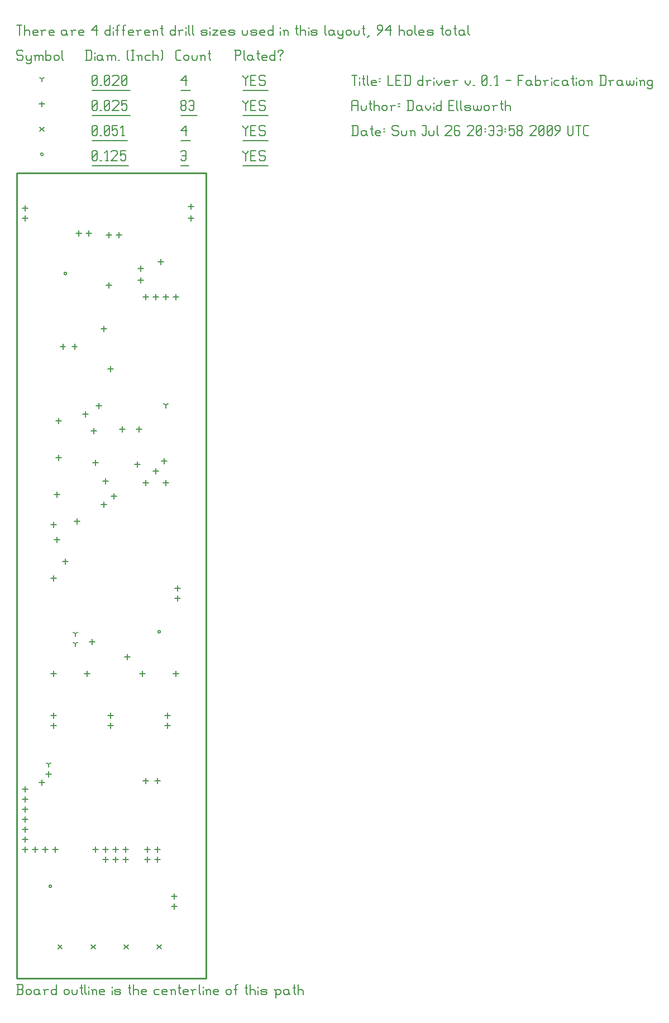
<source format=gbr>
G04 start of page 10 for group -3984 idx -3984 *
G04 Title: LED driver v. 0.1, fab *
G04 Creator: pcb 1.99x *
G04 CreationDate: Sun Jul 26 20:33:58 2009 UTC *
G04 For: davidellsworth *
G04 Format: Gerber/RS-274X *
G04 PCB-Dimensions: 113000 481000 *
G04 PCB-Coordinate-Origin: lower left *
%MOIN*%
%FSLAX24Y24*%
%LNFAB*%
%ADD16C,0.0100*%
%ADD47C,0.0080*%
%ADD48C,0.0060*%
G54D47*X1920Y5500D02*G75*G03X2080Y5500I80J0D01*G01*
G75*G03X1920Y5500I-80J0D01*G01*
X2820Y42100D02*G75*G03X2980Y42100I80J0D01*G01*
G75*G03X2820Y42100I-80J0D01*G01*
X8420Y20700D02*G75*G03X8580Y20700I80J0D01*G01*
G75*G03X8420Y20700I-80J0D01*G01*
X1420Y49225D02*G75*G03X1580Y49225I80J0D01*G01*
G75*G03X1420Y49225I-80J0D01*G01*
G54D48*X13500Y49450D02*Y49375D01*
X13650Y49225D01*
X13800Y49375D01*
Y49450D02*Y49375D01*
X13650Y49225D02*Y48850D01*
X13980Y49150D02*X14205D01*
X13980Y48850D02*X14280D01*
X13980Y49450D02*Y48850D01*
Y49450D02*X14280D01*
X14760D02*X14835Y49375D01*
X14535Y49450D02*X14760D01*
X14460Y49375D02*X14535Y49450D01*
X14460Y49375D02*Y49225D01*
X14535Y49150D01*
X14760D01*
X14835Y49075D01*
Y48925D01*
X14760Y48850D02*X14835Y48925D01*
X14535Y48850D02*X14760D01*
X14460Y48925D02*X14535Y48850D01*
X13500Y48524D02*X15015D01*
X9800Y49375D02*X9875Y49450D01*
X10025D01*
X10100Y49375D01*
Y48925D01*
X10025Y48850D02*X10100Y48925D01*
X9875Y48850D02*X10025D01*
X9800Y48925D02*X9875Y48850D01*
Y49150D02*X10100D01*
X9800Y48524D02*X10280D01*
X4500Y48925D02*X4575Y48850D01*
X4500Y49375D02*Y48925D01*
Y49375D02*X4575Y49450D01*
X4725D01*
X4800Y49375D01*
Y48925D01*
X4725Y48850D02*X4800Y48925D01*
X4575Y48850D02*X4725D01*
X4500Y49000D02*X4800Y49300D01*
X4980Y48850D02*X5055D01*
X5310D02*X5460D01*
X5385Y49450D02*Y48850D01*
X5235Y49300D02*X5385Y49450D01*
X5640Y49375D02*X5715Y49450D01*
X5940D01*
X6015Y49375D01*
Y49225D01*
X5640Y48850D02*X6015Y49225D01*
X5640Y48850D02*X6015D01*
X6195Y49450D02*X6495D01*
X6195D02*Y49150D01*
X6270Y49225D01*
X6420D01*
X6495Y49150D01*
Y48925D01*
X6420Y48850D02*X6495Y48925D01*
X6270Y48850D02*X6420D01*
X6195Y48925D02*X6270Y48850D01*
X4500Y48524D02*X6675D01*
X8380Y2020D02*X8620Y1780D01*
X8380D02*X8620Y2020D01*
X6411D02*X6651Y1780D01*
X6411D02*X6651Y2020D01*
X4443D02*X4683Y1780D01*
X4443D02*X4683Y2020D01*
X2474D02*X2714Y1780D01*
X2474D02*X2714Y2020D01*
X1380Y50845D02*X1620Y50605D01*
X1380D02*X1620Y50845D01*
X13500Y50950D02*Y50875D01*
X13650Y50725D01*
X13800Y50875D01*
Y50950D02*Y50875D01*
X13650Y50725D02*Y50350D01*
X13980Y50650D02*X14205D01*
X13980Y50350D02*X14280D01*
X13980Y50950D02*Y50350D01*
Y50950D02*X14280D01*
X14760D02*X14835Y50875D01*
X14535Y50950D02*X14760D01*
X14460Y50875D02*X14535Y50950D01*
X14460Y50875D02*Y50725D01*
X14535Y50650D01*
X14760D01*
X14835Y50575D01*
Y50425D01*
X14760Y50350D02*X14835Y50425D01*
X14535Y50350D02*X14760D01*
X14460Y50425D02*X14535Y50350D01*
X13500Y50024D02*X15015D01*
X9800Y50650D02*X10100Y50950D01*
X9800Y50650D02*X10175D01*
X10100Y50950D02*Y50350D01*
X9800Y50024D02*X10355D01*
X4500Y50425D02*X4575Y50350D01*
X4500Y50875D02*Y50425D01*
Y50875D02*X4575Y50950D01*
X4725D01*
X4800Y50875D01*
Y50425D01*
X4725Y50350D02*X4800Y50425D01*
X4575Y50350D02*X4725D01*
X4500Y50500D02*X4800Y50800D01*
X4980Y50350D02*X5055D01*
X5235Y50425D02*X5310Y50350D01*
X5235Y50875D02*Y50425D01*
Y50875D02*X5310Y50950D01*
X5460D01*
X5535Y50875D01*
Y50425D01*
X5460Y50350D02*X5535Y50425D01*
X5310Y50350D02*X5460D01*
X5235Y50500D02*X5535Y50800D01*
X5715Y50950D02*X6015D01*
X5715D02*Y50650D01*
X5790Y50725D01*
X5940D01*
X6015Y50650D01*
Y50425D01*
X5940Y50350D02*X6015Y50425D01*
X5790Y50350D02*X5940D01*
X5715Y50425D02*X5790Y50350D01*
X6270D02*X6420D01*
X6345Y50950D02*Y50350D01*
X6195Y50800D02*X6345Y50950D01*
X4500Y50024D02*X6600D01*
X6600Y19360D02*Y19040D01*
X6440Y19200D02*X6760D01*
X9400Y5060D02*Y4740D01*
X9240Y4900D02*X9560D01*
X9000Y15260D02*Y14940D01*
X8840Y15100D02*X9160D01*
X9600Y22860D02*Y22540D01*
X9440Y22700D02*X9760D01*
X9600Y23460D02*Y23140D01*
X9440Y23300D02*X9760D01*
X1500Y11860D02*Y11540D01*
X1340Y11700D02*X1660D01*
X1900Y12360D02*Y12040D01*
X1740Y12200D02*X2060D01*
X500Y11460D02*Y11140D01*
X340Y11300D02*X660D01*
X500Y10860D02*Y10540D01*
X340Y10700D02*X660D01*
X10400Y45560D02*Y45240D01*
X10240Y45400D02*X10560D01*
X10400Y46260D02*Y45940D01*
X10240Y46100D02*X10560D01*
X5500Y44560D02*Y44240D01*
X5340Y44400D02*X5660D01*
X5600Y15860D02*Y15540D01*
X5440Y15700D02*X5760D01*
X5600Y15260D02*Y14940D01*
X5440Y15100D02*X5760D01*
X9400Y4460D02*Y4140D01*
X9240Y4300D02*X9560D01*
X4200Y18360D02*Y18040D01*
X4040Y18200D02*X4360D01*
X2200Y15860D02*Y15540D01*
X2040Y15700D02*X2360D01*
X2200Y15260D02*Y14940D01*
X2040Y15100D02*X2360D01*
X7500Y18360D02*Y18040D01*
X7340Y18200D02*X7660D01*
X2200Y18360D02*Y18040D01*
X2040Y18200D02*X2360D01*
X9000Y15860D02*Y15540D01*
X8840Y15700D02*X9160D01*
X4500Y20260D02*Y19940D01*
X4340Y20100D02*X4660D01*
X2200Y24060D02*Y23740D01*
X2040Y23900D02*X2360D01*
X2400Y29060D02*Y28740D01*
X2240Y28900D02*X2560D01*
X8300Y30460D02*Y30140D01*
X8140Y30300D02*X8460D01*
X2200Y27260D02*Y26940D01*
X2040Y27100D02*X2360D01*
X2400Y26360D02*Y26040D01*
X2240Y26200D02*X2560D01*
X2900Y25060D02*Y24740D01*
X2740Y24900D02*X3060D01*
X7200Y30860D02*Y30540D01*
X7040Y30700D02*X7360D01*
X3600Y27460D02*Y27140D01*
X3440Y27300D02*X3760D01*
X7700Y29760D02*Y29440D01*
X7540Y29600D02*X7860D01*
X8900Y29760D02*Y29440D01*
X8740Y29600D02*X9060D01*
X4700Y30960D02*Y30640D01*
X4540Y30800D02*X4860D01*
X5800Y28960D02*Y28640D01*
X5640Y28800D02*X5960D01*
X5300Y29860D02*Y29540D01*
X5140Y29700D02*X5460D01*
X5200Y28460D02*Y28140D01*
X5040Y28300D02*X5360D01*
X2500Y31260D02*Y30940D01*
X2340Y31100D02*X2660D01*
X2500Y33460D02*Y33140D01*
X2340Y33300D02*X2660D01*
X4600Y32860D02*Y32540D01*
X4440Y32700D02*X4760D01*
X4300Y44660D02*Y44340D01*
X4140Y44500D02*X4460D01*
X500Y45560D02*Y45240D01*
X340Y45400D02*X660D01*
X8600Y42960D02*Y42640D01*
X8440Y42800D02*X8760D01*
X6100Y44560D02*Y44240D01*
X5940Y44400D02*X6260D01*
X4900Y34360D02*Y34040D01*
X4740Y34200D02*X5060D01*
X500Y46160D02*Y45840D01*
X340Y46000D02*X660D01*
X3700Y44660D02*Y44340D01*
X3540Y44500D02*X3860D01*
X8900Y40860D02*Y40540D01*
X8740Y40700D02*X9060D01*
X6300Y32960D02*Y32640D01*
X6140Y32800D02*X6460D01*
X7300Y32960D02*Y32640D01*
X7140Y32800D02*X7460D01*
X8800Y31060D02*Y30740D01*
X8640Y30900D02*X8960D01*
X4100Y33860D02*Y33540D01*
X3940Y33700D02*X4260D01*
X9500Y18360D02*Y18040D01*
X9340Y18200D02*X9660D01*
X2750Y37910D02*Y37590D01*
X2590Y37750D02*X2910D01*
X8300Y40860D02*Y40540D01*
X8140Y40700D02*X8460D01*
X7400Y42560D02*Y42240D01*
X7240Y42400D02*X7560D01*
X7400Y41860D02*Y41540D01*
X7240Y41700D02*X7560D01*
X5200Y38960D02*Y38640D01*
X5040Y38800D02*X5360D01*
X5600Y36560D02*Y36240D01*
X5440Y36400D02*X5760D01*
X5500Y41560D02*Y41240D01*
X5340Y41400D02*X5660D01*
X3450Y37910D02*Y37590D01*
X3290Y37750D02*X3610D01*
X500Y10260D02*Y9940D01*
X340Y10100D02*X660D01*
X500Y9660D02*Y9340D01*
X340Y9500D02*X660D01*
X500Y9060D02*Y8740D01*
X340Y8900D02*X660D01*
X500Y8460D02*Y8140D01*
X340Y8300D02*X660D01*
X2300Y7860D02*Y7540D01*
X2140Y7700D02*X2460D01*
X1700Y7860D02*Y7540D01*
X1540Y7700D02*X1860D01*
X1100Y7860D02*Y7540D01*
X940Y7700D02*X1260D01*
X500Y7860D02*Y7540D01*
X340Y7700D02*X660D01*
X4700Y7860D02*Y7540D01*
X4540Y7700D02*X4860D01*
X5300Y7860D02*Y7540D01*
X5140Y7700D02*X5460D01*
X5900Y7860D02*Y7540D01*
X5740Y7700D02*X6060D01*
X6500Y7860D02*Y7540D01*
X6340Y7700D02*X6660D01*
X5300Y7260D02*Y6940D01*
X5140Y7100D02*X5460D01*
X5900Y7260D02*Y6940D01*
X5740Y7100D02*X6060D01*
X6500Y7260D02*Y6940D01*
X6340Y7100D02*X6660D01*
X7800Y7860D02*Y7540D01*
X7640Y7700D02*X7960D01*
X8400Y7860D02*Y7540D01*
X8240Y7700D02*X8560D01*
X7800Y7260D02*Y6940D01*
X7640Y7100D02*X7960D01*
X8400Y7260D02*Y6940D01*
X8240Y7100D02*X8560D01*
X7700Y11960D02*Y11640D01*
X7540Y11800D02*X7860D01*
X8400Y11960D02*Y11640D01*
X8240Y11800D02*X8560D01*
X7700Y40860D02*Y40540D01*
X7540Y40700D02*X7860D01*
X9500Y40860D02*Y40540D01*
X9340Y40700D02*X9660D01*
X1500Y52385D02*Y52065D01*
X1340Y52225D02*X1660D01*
X13500Y52450D02*Y52375D01*
X13650Y52225D01*
X13800Y52375D01*
Y52450D02*Y52375D01*
X13650Y52225D02*Y51850D01*
X13980Y52150D02*X14205D01*
X13980Y51850D02*X14280D01*
X13980Y52450D02*Y51850D01*
Y52450D02*X14280D01*
X14760D02*X14835Y52375D01*
X14535Y52450D02*X14760D01*
X14460Y52375D02*X14535Y52450D01*
X14460Y52375D02*Y52225D01*
X14535Y52150D01*
X14760D01*
X14835Y52075D01*
Y51925D01*
X14760Y51850D02*X14835Y51925D01*
X14535Y51850D02*X14760D01*
X14460Y51925D02*X14535Y51850D01*
X13500Y51524D02*X15015D01*
X9800Y51925D02*X9875Y51850D01*
X9800Y52075D02*Y51925D01*
Y52075D02*X9875Y52150D01*
X10025D01*
X10100Y52075D01*
Y51925D01*
X10025Y51850D02*X10100Y51925D01*
X9875Y51850D02*X10025D01*
X9800Y52225D02*X9875Y52150D01*
X9800Y52375D02*Y52225D01*
Y52375D02*X9875Y52450D01*
X10025D01*
X10100Y52375D01*
Y52225D01*
X10025Y52150D02*X10100Y52225D01*
X10280Y52375D02*X10355Y52450D01*
X10505D01*
X10580Y52375D01*
Y51925D01*
X10505Y51850D02*X10580Y51925D01*
X10355Y51850D02*X10505D01*
X10280Y51925D02*X10355Y51850D01*
Y52150D02*X10580D01*
X9800Y51524D02*X10760D01*
X4500Y51925D02*X4575Y51850D01*
X4500Y52375D02*Y51925D01*
Y52375D02*X4575Y52450D01*
X4725D01*
X4800Y52375D01*
Y51925D01*
X4725Y51850D02*X4800Y51925D01*
X4575Y51850D02*X4725D01*
X4500Y52000D02*X4800Y52300D01*
X4980Y51850D02*X5055D01*
X5235Y51925D02*X5310Y51850D01*
X5235Y52375D02*Y51925D01*
Y52375D02*X5310Y52450D01*
X5460D01*
X5535Y52375D01*
Y51925D01*
X5460Y51850D02*X5535Y51925D01*
X5310Y51850D02*X5460D01*
X5235Y52000D02*X5535Y52300D01*
X5715Y52375D02*X5790Y52450D01*
X6015D01*
X6090Y52375D01*
Y52225D01*
X5715Y51850D02*X6090Y52225D01*
X5715Y51850D02*X6090D01*
X6270Y52450D02*X6570D01*
X6270D02*Y52150D01*
X6345Y52225D01*
X6495D01*
X6570Y52150D01*
Y51925D01*
X6495Y51850D02*X6570Y51925D01*
X6345Y51850D02*X6495D01*
X6270Y51925D02*X6345Y51850D01*
X4500Y51524D02*X6750D01*
X1900Y12800D02*Y12640D01*
Y12800D02*X2038Y12880D01*
X1900Y12800D02*X1761Y12880D01*
X8900Y34250D02*Y34090D01*
Y34250D02*X9038Y34330D01*
X8900Y34250D02*X8761Y34330D01*
X3500Y20600D02*Y20440D01*
Y20600D02*X3638Y20680D01*
X3500Y20600D02*X3361Y20680D01*
X3500Y20000D02*Y19840D01*
Y20000D02*X3638Y20080D01*
X3500Y20000D02*X3361Y20080D01*
X1500Y53725D02*Y53565D01*
Y53725D02*X1638Y53805D01*
X1500Y53725D02*X1361Y53805D01*
X13500Y53950D02*Y53875D01*
X13650Y53725D01*
X13800Y53875D01*
Y53950D02*Y53875D01*
X13650Y53725D02*Y53350D01*
X13980Y53650D02*X14205D01*
X13980Y53350D02*X14280D01*
X13980Y53950D02*Y53350D01*
Y53950D02*X14280D01*
X14760D02*X14835Y53875D01*
X14535Y53950D02*X14760D01*
X14460Y53875D02*X14535Y53950D01*
X14460Y53875D02*Y53725D01*
X14535Y53650D01*
X14760D01*
X14835Y53575D01*
Y53425D01*
X14760Y53350D02*X14835Y53425D01*
X14535Y53350D02*X14760D01*
X14460Y53425D02*X14535Y53350D01*
X13500Y53024D02*X15015D01*
X9800Y53650D02*X10100Y53950D01*
X9800Y53650D02*X10175D01*
X10100Y53950D02*Y53350D01*
X9800Y53024D02*X10355D01*
X4500Y53425D02*X4575Y53350D01*
X4500Y53875D02*Y53425D01*
Y53875D02*X4575Y53950D01*
X4725D01*
X4800Y53875D01*
Y53425D01*
X4725Y53350D02*X4800Y53425D01*
X4575Y53350D02*X4725D01*
X4500Y53500D02*X4800Y53800D01*
X4980Y53350D02*X5055D01*
X5235Y53425D02*X5310Y53350D01*
X5235Y53875D02*Y53425D01*
Y53875D02*X5310Y53950D01*
X5460D01*
X5535Y53875D01*
Y53425D01*
X5460Y53350D02*X5535Y53425D01*
X5310Y53350D02*X5460D01*
X5235Y53500D02*X5535Y53800D01*
X5715Y53875D02*X5790Y53950D01*
X6015D01*
X6090Y53875D01*
Y53725D01*
X5715Y53350D02*X6090Y53725D01*
X5715Y53350D02*X6090D01*
X6270Y53425D02*X6345Y53350D01*
X6270Y53875D02*Y53425D01*
Y53875D02*X6345Y53950D01*
X6495D01*
X6570Y53875D01*
Y53425D01*
X6495Y53350D02*X6570Y53425D01*
X6345Y53350D02*X6495D01*
X6270Y53500D02*X6570Y53800D01*
X4500Y53024D02*X6750D01*
X300Y55450D02*X375Y55375D01*
X75Y55450D02*X300D01*
X0Y55375D02*X75Y55450D01*
X0Y55375D02*Y55225D01*
X75Y55150D01*
X300D01*
X375Y55075D01*
Y54925D01*
X300Y54850D02*X375Y54925D01*
X75Y54850D02*X300D01*
X0Y54925D02*X75Y54850D01*
X555Y55150D02*Y54925D01*
X630Y54850D01*
X855Y55150D02*Y54700D01*
X780Y54625D02*X855Y54700D01*
X630Y54625D02*X780D01*
X555Y54700D02*X630Y54625D01*
Y54850D02*X780D01*
X855Y54925D01*
X1110Y55075D02*Y54850D01*
Y55075D02*X1185Y55150D01*
X1260D01*
X1335Y55075D01*
Y54850D01*
Y55075D02*X1410Y55150D01*
X1485D01*
X1560Y55075D01*
Y54850D01*
X1035Y55150D02*X1110Y55075D01*
X1740Y55450D02*Y54850D01*
Y54925D02*X1815Y54850D01*
X1965D01*
X2040Y54925D01*
Y55075D02*Y54925D01*
X1965Y55150D02*X2040Y55075D01*
X1815Y55150D02*X1965D01*
X1740Y55075D02*X1815Y55150D01*
X2220Y55075D02*Y54925D01*
Y55075D02*X2295Y55150D01*
X2445D01*
X2520Y55075D01*
Y54925D01*
X2445Y54850D02*X2520Y54925D01*
X2295Y54850D02*X2445D01*
X2220Y54925D02*X2295Y54850D01*
X2700Y55450D02*Y54925D01*
X2775Y54850D01*
X4175Y55450D02*Y54850D01*
X4400Y55450D02*X4475Y55375D01*
Y54925D01*
X4400Y54850D02*X4475Y54925D01*
X4100Y54850D02*X4400D01*
X4100Y55450D02*X4400D01*
X4655Y55300D02*Y55225D01*
Y55075D02*Y54850D01*
X5030Y55150D02*X5105Y55075D01*
X4880Y55150D02*X5030D01*
X4805Y55075D02*X4880Y55150D01*
X4805Y55075D02*Y54925D01*
X4880Y54850D01*
X5105Y55150D02*Y54925D01*
X5180Y54850D01*
X4880D02*X5030D01*
X5105Y54925D01*
X5435Y55075D02*Y54850D01*
Y55075D02*X5510Y55150D01*
X5585D01*
X5660Y55075D01*
Y54850D01*
Y55075D02*X5735Y55150D01*
X5810D01*
X5885Y55075D01*
Y54850D01*
X5360Y55150D02*X5435Y55075D01*
X6065Y54850D02*X6140D01*
X6590Y54925D02*X6665Y54850D01*
X6590Y55375D02*X6665Y55450D01*
X6590Y55375D02*Y54925D01*
X6845Y55450D02*X6995D01*
X6920D02*Y54850D01*
X6845D02*X6995D01*
X7251Y55075D02*Y54850D01*
Y55075D02*X7326Y55150D01*
X7401D01*
X7476Y55075D01*
Y54850D01*
X7176Y55150D02*X7251Y55075D01*
X7731Y55150D02*X7956D01*
X7656Y55075D02*X7731Y55150D01*
X7656Y55075D02*Y54925D01*
X7731Y54850D01*
X7956D01*
X8136Y55450D02*Y54850D01*
Y55075D02*X8211Y55150D01*
X8361D01*
X8436Y55075D01*
Y54850D01*
X8616Y55450D02*X8691Y55375D01*
Y54925D01*
X8616Y54850D02*X8691Y54925D01*
X9575Y54850D02*X9800D01*
X9500Y54925D02*X9575Y54850D01*
X9500Y55375D02*Y54925D01*
Y55375D02*X9575Y55450D01*
X9800D01*
X9980Y55075D02*Y54925D01*
Y55075D02*X10055Y55150D01*
X10205D01*
X10280Y55075D01*
Y54925D01*
X10205Y54850D02*X10280Y54925D01*
X10055Y54850D02*X10205D01*
X9980Y54925D02*X10055Y54850D01*
X10460Y55150D02*Y54925D01*
X10535Y54850D01*
X10685D01*
X10760Y54925D01*
Y55150D02*Y54925D01*
X11015Y55075D02*Y54850D01*
Y55075D02*X11090Y55150D01*
X11165D01*
X11240Y55075D01*
Y54850D01*
X10940Y55150D02*X11015Y55075D01*
X11495Y55450D02*Y54925D01*
X11570Y54850D01*
X11420Y55225D02*X11570D01*
X13075Y55450D02*Y54850D01*
X13000Y55450D02*X13300D01*
X13375Y55375D01*
Y55225D01*
X13300Y55150D02*X13375Y55225D01*
X13075Y55150D02*X13300D01*
X13555Y55450D02*Y54925D01*
X13630Y54850D01*
X14005Y55150D02*X14080Y55075D01*
X13855Y55150D02*X14005D01*
X13780Y55075D02*X13855Y55150D01*
X13780Y55075D02*Y54925D01*
X13855Y54850D01*
X14080Y55150D02*Y54925D01*
X14155Y54850D01*
X13855D02*X14005D01*
X14080Y54925D01*
X14410Y55450D02*Y54925D01*
X14485Y54850D01*
X14335Y55225D02*X14485D01*
X14710Y54850D02*X14935D01*
X14635Y54925D02*X14710Y54850D01*
X14635Y55075D02*Y54925D01*
Y55075D02*X14710Y55150D01*
X14860D01*
X14935Y55075D01*
X14635Y55000D02*X14935D01*
Y55075D02*Y55000D01*
X15415Y55450D02*Y54850D01*
X15340D02*X15415Y54925D01*
X15190Y54850D02*X15340D01*
X15115Y54925D02*X15190Y54850D01*
X15115Y55075D02*Y54925D01*
Y55075D02*X15190Y55150D01*
X15340D01*
X15415Y55075D01*
X15745Y55150D02*Y55075D01*
Y54925D02*Y54850D01*
X15595Y55375D02*Y55300D01*
Y55375D02*X15670Y55450D01*
X15820D01*
X15895Y55375D01*
Y55300D01*
X15745Y55150D02*X15895Y55300D01*
X0Y56950D02*X300D01*
X150D02*Y56350D01*
X480Y56950D02*Y56350D01*
Y56575D02*X555Y56650D01*
X705D01*
X780Y56575D01*
Y56350D01*
X1035D02*X1260D01*
X960Y56425D02*X1035Y56350D01*
X960Y56575D02*Y56425D01*
Y56575D02*X1035Y56650D01*
X1185D01*
X1260Y56575D01*
X960Y56500D02*X1260D01*
Y56575D02*Y56500D01*
X1515Y56575D02*Y56350D01*
Y56575D02*X1590Y56650D01*
X1740D01*
X1440D02*X1515Y56575D01*
X1995Y56350D02*X2220D01*
X1920Y56425D02*X1995Y56350D01*
X1920Y56575D02*Y56425D01*
Y56575D02*X1995Y56650D01*
X2145D01*
X2220Y56575D01*
X1920Y56500D02*X2220D01*
Y56575D02*Y56500D01*
X2895Y56650D02*X2970Y56575D01*
X2745Y56650D02*X2895D01*
X2670Y56575D02*X2745Y56650D01*
X2670Y56575D02*Y56425D01*
X2745Y56350D01*
X2970Y56650D02*Y56425D01*
X3045Y56350D01*
X2745D02*X2895D01*
X2970Y56425D01*
X3300Y56575D02*Y56350D01*
Y56575D02*X3375Y56650D01*
X3525D01*
X3225D02*X3300Y56575D01*
X3781Y56350D02*X4006D01*
X3706Y56425D02*X3781Y56350D01*
X3706Y56575D02*Y56425D01*
Y56575D02*X3781Y56650D01*
X3931D01*
X4006Y56575D01*
X3706Y56500D02*X4006D01*
Y56575D02*Y56500D01*
X4456Y56650D02*X4756Y56950D01*
X4456Y56650D02*X4831D01*
X4756Y56950D02*Y56350D01*
X5581Y56950D02*Y56350D01*
X5506D02*X5581Y56425D01*
X5356Y56350D02*X5506D01*
X5281Y56425D02*X5356Y56350D01*
X5281Y56575D02*Y56425D01*
Y56575D02*X5356Y56650D01*
X5506D01*
X5581Y56575D01*
X5761Y56800D02*Y56725D01*
Y56575D02*Y56350D01*
X5986Y56875D02*Y56350D01*
Y56875D02*X6061Y56950D01*
X6136D01*
X5911Y56650D02*X6061D01*
X6361Y56875D02*Y56350D01*
Y56875D02*X6436Y56950D01*
X6511D01*
X6286Y56650D02*X6436D01*
X6736Y56350D02*X6961D01*
X6661Y56425D02*X6736Y56350D01*
X6661Y56575D02*Y56425D01*
Y56575D02*X6736Y56650D01*
X6886D01*
X6961Y56575D01*
X6661Y56500D02*X6961D01*
Y56575D02*Y56500D01*
X7217Y56575D02*Y56350D01*
Y56575D02*X7292Y56650D01*
X7442D01*
X7142D02*X7217Y56575D01*
X7697Y56350D02*X7922D01*
X7622Y56425D02*X7697Y56350D01*
X7622Y56575D02*Y56425D01*
Y56575D02*X7697Y56650D01*
X7847D01*
X7922Y56575D01*
X7622Y56500D02*X7922D01*
Y56575D02*Y56500D01*
X8177Y56575D02*Y56350D01*
Y56575D02*X8252Y56650D01*
X8327D01*
X8402Y56575D01*
Y56350D01*
X8102Y56650D02*X8177Y56575D01*
X8657Y56950D02*Y56425D01*
X8732Y56350D01*
X8582Y56725D02*X8732D01*
X9452Y56950D02*Y56350D01*
X9377D02*X9452Y56425D01*
X9227Y56350D02*X9377D01*
X9152Y56425D02*X9227Y56350D01*
X9152Y56575D02*Y56425D01*
Y56575D02*X9227Y56650D01*
X9377D01*
X9452Y56575D01*
X9707D02*Y56350D01*
Y56575D02*X9782Y56650D01*
X9932D01*
X9632D02*X9707Y56575D01*
X10113Y56800D02*Y56725D01*
Y56575D02*Y56350D01*
X10263Y56950D02*Y56425D01*
X10338Y56350D01*
X10488Y56950D02*Y56425D01*
X10563Y56350D01*
X11058D02*X11283D01*
X11358Y56425D01*
X11283Y56500D02*X11358Y56425D01*
X11058Y56500D02*X11283D01*
X10983Y56575D02*X11058Y56500D01*
X10983Y56575D02*X11058Y56650D01*
X11283D01*
X11358Y56575D01*
X10983Y56425D02*X11058Y56350D01*
X11538Y56800D02*Y56725D01*
Y56575D02*Y56350D01*
X11688Y56650D02*X11988D01*
X11688Y56350D02*X11988Y56650D01*
X11688Y56350D02*X11988D01*
X12243D02*X12468D01*
X12168Y56425D02*X12243Y56350D01*
X12168Y56575D02*Y56425D01*
Y56575D02*X12243Y56650D01*
X12393D01*
X12468Y56575D01*
X12168Y56500D02*X12468D01*
Y56575D02*Y56500D01*
X12724Y56350D02*X12949D01*
X13024Y56425D01*
X12949Y56500D02*X13024Y56425D01*
X12724Y56500D02*X12949D01*
X12649Y56575D02*X12724Y56500D01*
X12649Y56575D02*X12724Y56650D01*
X12949D01*
X13024Y56575D01*
X12649Y56425D02*X12724Y56350D01*
X13474Y56650D02*Y56425D01*
X13549Y56350D01*
X13699D01*
X13774Y56425D01*
Y56650D02*Y56425D01*
X14029Y56350D02*X14254D01*
X14329Y56425D01*
X14254Y56500D02*X14329Y56425D01*
X14029Y56500D02*X14254D01*
X13954Y56575D02*X14029Y56500D01*
X13954Y56575D02*X14029Y56650D01*
X14254D01*
X14329Y56575D01*
X13954Y56425D02*X14029Y56350D01*
X14584D02*X14809D01*
X14509Y56425D02*X14584Y56350D01*
X14509Y56575D02*Y56425D01*
Y56575D02*X14584Y56650D01*
X14734D01*
X14809Y56575D01*
X14509Y56500D02*X14809D01*
Y56575D02*Y56500D01*
X15289Y56950D02*Y56350D01*
X15214D02*X15289Y56425D01*
X15064Y56350D02*X15214D01*
X14989Y56425D02*X15064Y56350D01*
X14989Y56575D02*Y56425D01*
Y56575D02*X15064Y56650D01*
X15214D01*
X15289Y56575D01*
X15739Y56800D02*Y56725D01*
Y56575D02*Y56350D01*
X15964Y56575D02*Y56350D01*
Y56575D02*X16039Y56650D01*
X16114D01*
X16189Y56575D01*
Y56350D01*
X15889Y56650D02*X15964Y56575D01*
X16715Y56950D02*Y56425D01*
X16790Y56350D01*
X16640Y56725D02*X16790D01*
X16940Y56950D02*Y56350D01*
Y56575D02*X17015Y56650D01*
X17165D01*
X17240Y56575D01*
Y56350D01*
X17420Y56800D02*Y56725D01*
Y56575D02*Y56350D01*
X17645D02*X17870D01*
X17945Y56425D01*
X17870Y56500D02*X17945Y56425D01*
X17645Y56500D02*X17870D01*
X17570Y56575D02*X17645Y56500D01*
X17570Y56575D02*X17645Y56650D01*
X17870D01*
X17945Y56575D01*
X17570Y56425D02*X17645Y56350D01*
X18395Y56950D02*Y56425D01*
X18470Y56350D01*
X18845Y56650D02*X18920Y56575D01*
X18695Y56650D02*X18845D01*
X18620Y56575D02*X18695Y56650D01*
X18620Y56575D02*Y56425D01*
X18695Y56350D01*
X18920Y56650D02*Y56425D01*
X18995Y56350D01*
X18695D02*X18845D01*
X18920Y56425D01*
X19176Y56650D02*Y56425D01*
X19251Y56350D01*
X19476Y56650D02*Y56200D01*
X19401Y56125D02*X19476Y56200D01*
X19251Y56125D02*X19401D01*
X19176Y56200D02*X19251Y56125D01*
Y56350D02*X19401D01*
X19476Y56425D01*
X19656Y56575D02*Y56425D01*
Y56575D02*X19731Y56650D01*
X19881D01*
X19956Y56575D01*
Y56425D01*
X19881Y56350D02*X19956Y56425D01*
X19731Y56350D02*X19881D01*
X19656Y56425D02*X19731Y56350D01*
X20136Y56650D02*Y56425D01*
X20211Y56350D01*
X20361D01*
X20436Y56425D01*
Y56650D02*Y56425D01*
X20691Y56950D02*Y56425D01*
X20766Y56350D01*
X20616Y56725D02*X20766D01*
X20916Y56200D02*X21066Y56350D01*
X21516D02*X21816Y56650D01*
Y56875D02*Y56650D01*
X21741Y56950D02*X21816Y56875D01*
X21591Y56950D02*X21741D01*
X21516Y56875D02*X21591Y56950D01*
X21516Y56875D02*Y56725D01*
X21591Y56650D01*
X21816D01*
X21996D02*X22296Y56950D01*
X21996Y56650D02*X22371D01*
X22296Y56950D02*Y56350D01*
X22822Y56950D02*Y56350D01*
Y56575D02*X22897Y56650D01*
X23047D01*
X23122Y56575D01*
Y56350D01*
X23302Y56575D02*Y56425D01*
Y56575D02*X23377Y56650D01*
X23527D01*
X23602Y56575D01*
Y56425D01*
X23527Y56350D02*X23602Y56425D01*
X23377Y56350D02*X23527D01*
X23302Y56425D02*X23377Y56350D01*
X23782Y56950D02*Y56425D01*
X23857Y56350D01*
X24082D02*X24307D01*
X24007Y56425D02*X24082Y56350D01*
X24007Y56575D02*Y56425D01*
Y56575D02*X24082Y56650D01*
X24232D01*
X24307Y56575D01*
X24007Y56500D02*X24307D01*
Y56575D02*Y56500D01*
X24562Y56350D02*X24787D01*
X24862Y56425D01*
X24787Y56500D02*X24862Y56425D01*
X24562Y56500D02*X24787D01*
X24487Y56575D02*X24562Y56500D01*
X24487Y56575D02*X24562Y56650D01*
X24787D01*
X24862Y56575D01*
X24487Y56425D02*X24562Y56350D01*
X25387Y56950D02*Y56425D01*
X25462Y56350D01*
X25312Y56725D02*X25462D01*
X25612Y56575D02*Y56425D01*
Y56575D02*X25687Y56650D01*
X25837D01*
X25912Y56575D01*
Y56425D01*
X25837Y56350D02*X25912Y56425D01*
X25687Y56350D02*X25837D01*
X25612Y56425D02*X25687Y56350D01*
X26168Y56950D02*Y56425D01*
X26243Y56350D01*
X26093Y56725D02*X26243D01*
X26618Y56650D02*X26693Y56575D01*
X26468Y56650D02*X26618D01*
X26393Y56575D02*X26468Y56650D01*
X26393Y56575D02*Y56425D01*
X26468Y56350D01*
X26693Y56650D02*Y56425D01*
X26768Y56350D01*
X26468D02*X26618D01*
X26693Y56425D01*
X26948Y56950D02*Y56425D01*
X27023Y56350D01*
G54D16*X0Y0D02*X11300D01*
X0Y48100D02*X11300D01*
Y0D01*
X0Y48100D02*Y0D01*
G54D48*Y-950D02*X300D01*
X375Y-875D01*
Y-725D02*Y-875D01*
X300Y-650D02*X375Y-725D01*
X75Y-650D02*X300D01*
X75Y-350D02*Y-950D01*
X0Y-350D02*X300D01*
X375Y-425D01*
Y-575D01*
X300Y-650D02*X375Y-575D01*
X555Y-725D02*Y-875D01*
Y-725D02*X630Y-650D01*
X780D01*
X855Y-725D01*
Y-875D01*
X780Y-950D02*X855Y-875D01*
X630Y-950D02*X780D01*
X555Y-875D02*X630Y-950D01*
X1260Y-650D02*X1335Y-725D01*
X1110Y-650D02*X1260D01*
X1035Y-725D02*X1110Y-650D01*
X1035Y-725D02*Y-875D01*
X1110Y-950D01*
X1335Y-650D02*Y-875D01*
X1410Y-950D01*
X1110D02*X1260D01*
X1335Y-875D01*
X1665Y-725D02*Y-950D01*
Y-725D02*X1740Y-650D01*
X1890D01*
X1590D02*X1665Y-725D01*
X2370Y-350D02*Y-950D01*
X2295D02*X2370Y-875D01*
X2145Y-950D02*X2295D01*
X2070Y-875D02*X2145Y-950D01*
X2070Y-725D02*Y-875D01*
Y-725D02*X2145Y-650D01*
X2295D01*
X2370Y-725D01*
X2820D02*Y-875D01*
Y-725D02*X2895Y-650D01*
X3045D01*
X3120Y-725D01*
Y-875D01*
X3045Y-950D02*X3120Y-875D01*
X2895Y-950D02*X3045D01*
X2820Y-875D02*X2895Y-950D01*
X3300Y-650D02*Y-875D01*
X3375Y-950D01*
X3525D01*
X3600Y-875D01*
Y-650D02*Y-875D01*
X3856Y-350D02*Y-875D01*
X3931Y-950D01*
X3781Y-575D02*X3931D01*
X4081Y-350D02*Y-875D01*
X4156Y-950D01*
X4306Y-500D02*Y-575D01*
Y-725D02*Y-950D01*
X4531Y-725D02*Y-950D01*
Y-725D02*X4606Y-650D01*
X4681D01*
X4756Y-725D01*
Y-950D01*
X4456Y-650D02*X4531Y-725D01*
X5011Y-950D02*X5236D01*
X4936Y-875D02*X5011Y-950D01*
X4936Y-725D02*Y-875D01*
Y-725D02*X5011Y-650D01*
X5161D01*
X5236Y-725D01*
X4936Y-800D02*X5236D01*
Y-725D02*Y-800D01*
X5686Y-500D02*Y-575D01*
Y-725D02*Y-950D01*
X5911D02*X6136D01*
X6211Y-875D01*
X6136Y-800D02*X6211Y-875D01*
X5911Y-800D02*X6136D01*
X5836Y-725D02*X5911Y-800D01*
X5836Y-725D02*X5911Y-650D01*
X6136D01*
X6211Y-725D01*
X5836Y-875D02*X5911Y-950D01*
X6737Y-350D02*Y-875D01*
X6812Y-950D01*
X6662Y-575D02*X6812D01*
X6962Y-350D02*Y-950D01*
Y-725D02*X7037Y-650D01*
X7187D01*
X7262Y-725D01*
Y-950D01*
X7517D02*X7742D01*
X7442Y-875D02*X7517Y-950D01*
X7442Y-725D02*Y-875D01*
Y-725D02*X7517Y-650D01*
X7667D01*
X7742Y-725D01*
X7442Y-800D02*X7742D01*
Y-725D02*Y-800D01*
X8267Y-650D02*X8492D01*
X8192Y-725D02*X8267Y-650D01*
X8192Y-725D02*Y-875D01*
X8267Y-950D01*
X8492D01*
X8747D02*X8972D01*
X8672Y-875D02*X8747Y-950D01*
X8672Y-725D02*Y-875D01*
Y-725D02*X8747Y-650D01*
X8897D01*
X8972Y-725D01*
X8672Y-800D02*X8972D01*
Y-725D02*Y-800D01*
X9227Y-725D02*Y-950D01*
Y-725D02*X9302Y-650D01*
X9377D01*
X9452Y-725D01*
Y-950D01*
X9152Y-650D02*X9227Y-725D01*
X9708Y-350D02*Y-875D01*
X9783Y-950D01*
X9633Y-575D02*X9783D01*
X10008Y-950D02*X10233D01*
X9933Y-875D02*X10008Y-950D01*
X9933Y-725D02*Y-875D01*
Y-725D02*X10008Y-650D01*
X10158D01*
X10233Y-725D01*
X9933Y-800D02*X10233D01*
Y-725D02*Y-800D01*
X10488Y-725D02*Y-950D01*
Y-725D02*X10563Y-650D01*
X10713D01*
X10413D02*X10488Y-725D01*
X10893Y-350D02*Y-875D01*
X10968Y-950D01*
X11118Y-500D02*Y-575D01*
Y-725D02*Y-950D01*
X11343Y-725D02*Y-950D01*
Y-725D02*X11418Y-650D01*
X11493D01*
X11568Y-725D01*
Y-950D01*
X11268Y-650D02*X11343Y-725D01*
X11823Y-950D02*X12048D01*
X11748Y-875D02*X11823Y-950D01*
X11748Y-725D02*Y-875D01*
Y-725D02*X11823Y-650D01*
X11973D01*
X12048Y-725D01*
X11748Y-800D02*X12048D01*
Y-725D02*Y-800D01*
X12499Y-725D02*Y-875D01*
Y-725D02*X12574Y-650D01*
X12724D01*
X12799Y-725D01*
Y-875D01*
X12724Y-950D02*X12799Y-875D01*
X12574Y-950D02*X12724D01*
X12499Y-875D02*X12574Y-950D01*
X13054Y-425D02*Y-950D01*
Y-425D02*X13129Y-350D01*
X13204D01*
X12979Y-650D02*X13129D01*
X13699Y-350D02*Y-875D01*
X13774Y-950D01*
X13624Y-575D02*X13774D01*
X13924Y-350D02*Y-950D01*
Y-725D02*X13999Y-650D01*
X14149D01*
X14224Y-725D01*
Y-950D01*
X14404Y-500D02*Y-575D01*
Y-725D02*Y-950D01*
X14629D02*X14854D01*
X14929Y-875D01*
X14854Y-800D02*X14929Y-875D01*
X14629Y-800D02*X14854D01*
X14554Y-725D02*X14629Y-800D01*
X14554Y-725D02*X14629Y-650D01*
X14854D01*
X14929Y-725D01*
X14554Y-875D02*X14629Y-950D01*
X15454Y-725D02*Y-1175D01*
X15379Y-650D02*X15454Y-725D01*
X15529Y-650D01*
X15679D01*
X15754Y-725D01*
Y-875D01*
X15679Y-950D02*X15754Y-875D01*
X15529Y-950D02*X15679D01*
X15454Y-875D02*X15529Y-950D01*
X16160Y-650D02*X16235Y-725D01*
X16010Y-650D02*X16160D01*
X15935Y-725D02*X16010Y-650D01*
X15935Y-725D02*Y-875D01*
X16010Y-950D01*
X16235Y-650D02*Y-875D01*
X16310Y-950D01*
X16010D02*X16160D01*
X16235Y-875D01*
X16565Y-350D02*Y-875D01*
X16640Y-950D01*
X16490Y-575D02*X16640D01*
X16790Y-350D02*Y-950D01*
Y-725D02*X16865Y-650D01*
X17015D01*
X17090Y-725D01*
Y-950D01*
X20075Y50950D02*Y50350D01*
X20300Y50950D02*X20375Y50875D01*
Y50425D01*
X20300Y50350D02*X20375Y50425D01*
X20000Y50350D02*X20300D01*
X20000Y50950D02*X20300D01*
X20780Y50650D02*X20855Y50575D01*
X20630Y50650D02*X20780D01*
X20555Y50575D02*X20630Y50650D01*
X20555Y50575D02*Y50425D01*
X20630Y50350D01*
X20855Y50650D02*Y50425D01*
X20930Y50350D01*
X20630D02*X20780D01*
X20855Y50425D01*
X21185Y50950D02*Y50425D01*
X21260Y50350D01*
X21110Y50725D02*X21260D01*
X21485Y50350D02*X21710D01*
X21410Y50425D02*X21485Y50350D01*
X21410Y50575D02*Y50425D01*
Y50575D02*X21485Y50650D01*
X21635D01*
X21710Y50575D01*
X21410Y50500D02*X21710D01*
Y50575D02*Y50500D01*
X21890Y50725D02*X21965D01*
X21890Y50575D02*X21965D01*
X22715Y50950D02*X22790Y50875D01*
X22490Y50950D02*X22715D01*
X22415Y50875D02*X22490Y50950D01*
X22415Y50875D02*Y50725D01*
X22490Y50650D01*
X22715D01*
X22790Y50575D01*
Y50425D01*
X22715Y50350D02*X22790Y50425D01*
X22490Y50350D02*X22715D01*
X22415Y50425D02*X22490Y50350D01*
X22970Y50650D02*Y50425D01*
X23045Y50350D01*
X23195D01*
X23270Y50425D01*
Y50650D02*Y50425D01*
X23526Y50575D02*Y50350D01*
Y50575D02*X23601Y50650D01*
X23676D01*
X23751Y50575D01*
Y50350D01*
X23451Y50650D02*X23526Y50575D01*
X24201Y50950D02*X24426D01*
Y50425D01*
X24351Y50350D02*X24426Y50425D01*
X24276Y50350D02*X24351D01*
X24201Y50425D02*X24276Y50350D01*
X24606Y50650D02*Y50425D01*
X24681Y50350D01*
X24831D01*
X24906Y50425D01*
Y50650D02*Y50425D01*
X25086Y50950D02*Y50425D01*
X25161Y50350D01*
X25581Y50875D02*X25656Y50950D01*
X25881D01*
X25956Y50875D01*
Y50725D01*
X25581Y50350D02*X25956Y50725D01*
X25581Y50350D02*X25956D01*
X26361Y50950D02*X26436Y50875D01*
X26211Y50950D02*X26361D01*
X26136Y50875D02*X26211Y50950D01*
X26136Y50875D02*Y50425D01*
X26211Y50350D01*
X26361Y50650D02*X26436Y50575D01*
X26136Y50650D02*X26361D01*
X26211Y50350D02*X26361D01*
X26436Y50425D01*
Y50575D02*Y50425D01*
X26886Y50875D02*X26961Y50950D01*
X27186D01*
X27261Y50875D01*
Y50725D01*
X26886Y50350D02*X27261Y50725D01*
X26886Y50350D02*X27261D01*
X27442Y50425D02*X27517Y50350D01*
X27442Y50875D02*Y50425D01*
Y50875D02*X27517Y50950D01*
X27667D01*
X27742Y50875D01*
Y50425D01*
X27667Y50350D02*X27742Y50425D01*
X27517Y50350D02*X27667D01*
X27442Y50500D02*X27742Y50800D01*
X27922Y50725D02*X27997D01*
X27922Y50575D02*X27997D01*
X28177Y50875D02*X28252Y50950D01*
X28402D01*
X28477Y50875D01*
Y50425D01*
X28402Y50350D02*X28477Y50425D01*
X28252Y50350D02*X28402D01*
X28177Y50425D02*X28252Y50350D01*
Y50650D02*X28477D01*
X28657Y50875D02*X28732Y50950D01*
X28882D01*
X28957Y50875D01*
Y50425D01*
X28882Y50350D02*X28957Y50425D01*
X28732Y50350D02*X28882D01*
X28657Y50425D02*X28732Y50350D01*
Y50650D02*X28957D01*
X29137Y50725D02*X29212D01*
X29137Y50575D02*X29212D01*
X29392Y50950D02*X29692D01*
X29392D02*Y50650D01*
X29467Y50725D01*
X29617D01*
X29692Y50650D01*
Y50425D01*
X29617Y50350D02*X29692Y50425D01*
X29467Y50350D02*X29617D01*
X29392Y50425D02*X29467Y50350D01*
X29873Y50425D02*X29948Y50350D01*
X29873Y50575D02*Y50425D01*
Y50575D02*X29948Y50650D01*
X30098D01*
X30173Y50575D01*
Y50425D01*
X30098Y50350D02*X30173Y50425D01*
X29948Y50350D02*X30098D01*
X29873Y50725D02*X29948Y50650D01*
X29873Y50875D02*Y50725D01*
Y50875D02*X29948Y50950D01*
X30098D01*
X30173Y50875D01*
Y50725D01*
X30098Y50650D02*X30173Y50725D01*
X30623Y50875D02*X30698Y50950D01*
X30923D01*
X30998Y50875D01*
Y50725D01*
X30623Y50350D02*X30998Y50725D01*
X30623Y50350D02*X30998D01*
X31178Y50425D02*X31253Y50350D01*
X31178Y50875D02*Y50425D01*
Y50875D02*X31253Y50950D01*
X31403D01*
X31478Y50875D01*
Y50425D01*
X31403Y50350D02*X31478Y50425D01*
X31253Y50350D02*X31403D01*
X31178Y50500D02*X31478Y50800D01*
X31658Y50425D02*X31733Y50350D01*
X31658Y50875D02*Y50425D01*
Y50875D02*X31733Y50950D01*
X31883D01*
X31958Y50875D01*
Y50425D01*
X31883Y50350D02*X31958Y50425D01*
X31733Y50350D02*X31883D01*
X31658Y50500D02*X31958Y50800D01*
X32138Y50350D02*X32438Y50650D01*
Y50875D02*Y50650D01*
X32363Y50950D02*X32438Y50875D01*
X32213Y50950D02*X32363D01*
X32138Y50875D02*X32213Y50950D01*
X32138Y50875D02*Y50725D01*
X32213Y50650D01*
X32438D01*
X32888Y50950D02*Y50425D01*
X32963Y50350D01*
X33113D01*
X33188Y50425D01*
Y50950D02*Y50425D01*
X33368Y50950D02*X33668D01*
X33518D02*Y50350D01*
X33924D02*X34149D01*
X33849Y50425D02*X33924Y50350D01*
X33849Y50875D02*Y50425D01*
Y50875D02*X33924Y50950D01*
X34149D01*
X20000Y52375D02*Y51850D01*
Y52375D02*X20075Y52450D01*
X20300D01*
X20375Y52375D01*
Y51850D01*
X20000Y52150D02*X20375D01*
X20555D02*Y51925D01*
X20630Y51850D01*
X20780D01*
X20855Y51925D01*
Y52150D02*Y51925D01*
X21110Y52450D02*Y51925D01*
X21185Y51850D01*
X21035Y52225D02*X21185D01*
X21335Y52450D02*Y51850D01*
Y52075D02*X21410Y52150D01*
X21560D01*
X21635Y52075D01*
Y51850D01*
X21815Y52075D02*Y51925D01*
Y52075D02*X21890Y52150D01*
X22040D01*
X22115Y52075D01*
Y51925D01*
X22040Y51850D02*X22115Y51925D01*
X21890Y51850D02*X22040D01*
X21815Y51925D02*X21890Y51850D01*
X22370Y52075D02*Y51850D01*
Y52075D02*X22445Y52150D01*
X22595D01*
X22295D02*X22370Y52075D01*
X22775Y52225D02*X22850D01*
X22775Y52075D02*X22850D01*
X23376Y52450D02*Y51850D01*
X23601Y52450D02*X23676Y52375D01*
Y51925D01*
X23601Y51850D02*X23676Y51925D01*
X23301Y51850D02*X23601D01*
X23301Y52450D02*X23601D01*
X24081Y52150D02*X24156Y52075D01*
X23931Y52150D02*X24081D01*
X23856Y52075D02*X23931Y52150D01*
X23856Y52075D02*Y51925D01*
X23931Y51850D01*
X24156Y52150D02*Y51925D01*
X24231Y51850D01*
X23931D02*X24081D01*
X24156Y51925D01*
X24411Y52150D02*Y52000D01*
X24561Y51850D01*
X24711Y52000D01*
Y52150D02*Y52000D01*
X24891Y52300D02*Y52225D01*
Y52075D02*Y51850D01*
X25341Y52450D02*Y51850D01*
X25266D02*X25341Y51925D01*
X25116Y51850D02*X25266D01*
X25041Y51925D02*X25116Y51850D01*
X25041Y52075D02*Y51925D01*
Y52075D02*X25116Y52150D01*
X25266D01*
X25341Y52075D01*
X25791Y52150D02*X26016D01*
X25791Y51850D02*X26091D01*
X25791Y52450D02*Y51850D01*
Y52450D02*X26091D01*
X26271D02*Y51925D01*
X26346Y51850D01*
X26497Y52450D02*Y51925D01*
X26572Y51850D01*
X26797D02*X27022D01*
X27097Y51925D01*
X27022Y52000D02*X27097Y51925D01*
X26797Y52000D02*X27022D01*
X26722Y52075D02*X26797Y52000D01*
X26722Y52075D02*X26797Y52150D01*
X27022D01*
X27097Y52075D01*
X26722Y51925D02*X26797Y51850D01*
X27277Y52150D02*Y51925D01*
X27352Y51850D01*
X27427D01*
X27502Y51925D01*
Y52150D02*Y51925D01*
X27577Y51850D01*
X27652D01*
X27727Y51925D01*
Y52150D02*Y51925D01*
X27907Y52075D02*Y51925D01*
Y52075D02*X27982Y52150D01*
X28132D01*
X28207Y52075D01*
Y51925D01*
X28132Y51850D02*X28207Y51925D01*
X27982Y51850D02*X28132D01*
X27907Y51925D02*X27982Y51850D01*
X28462Y52075D02*Y51850D01*
Y52075D02*X28537Y52150D01*
X28687D01*
X28387D02*X28462Y52075D01*
X28942Y52450D02*Y51925D01*
X29017Y51850D01*
X28867Y52225D02*X29017D01*
X29168Y52450D02*Y51850D01*
Y52075D02*X29243Y52150D01*
X29393D01*
X29468Y52075D01*
Y51850D01*
X20000Y53950D02*X20300D01*
X20150D02*Y53350D01*
X20480Y53800D02*Y53725D01*
Y53575D02*Y53350D01*
X20705Y53950D02*Y53425D01*
X20780Y53350D01*
X20630Y53725D02*X20780D01*
X20930Y53950D02*Y53425D01*
X21005Y53350D01*
X21230D02*X21455D01*
X21155Y53425D02*X21230Y53350D01*
X21155Y53575D02*Y53425D01*
Y53575D02*X21230Y53650D01*
X21380D01*
X21455Y53575D01*
X21155Y53500D02*X21455D01*
Y53575D02*Y53500D01*
X21635Y53725D02*X21710D01*
X21635Y53575D02*X21710D01*
X22160Y53950D02*Y53350D01*
X22460D01*
X22641Y53650D02*X22866D01*
X22641Y53350D02*X22941D01*
X22641Y53950D02*Y53350D01*
Y53950D02*X22941D01*
X23196D02*Y53350D01*
X23421Y53950D02*X23496Y53875D01*
Y53425D01*
X23421Y53350D02*X23496Y53425D01*
X23121Y53350D02*X23421D01*
X23121Y53950D02*X23421D01*
X24246D02*Y53350D01*
X24171D02*X24246Y53425D01*
X24021Y53350D02*X24171D01*
X23946Y53425D02*X24021Y53350D01*
X23946Y53575D02*Y53425D01*
Y53575D02*X24021Y53650D01*
X24171D01*
X24246Y53575D01*
X24501D02*Y53350D01*
Y53575D02*X24576Y53650D01*
X24726D01*
X24426D02*X24501Y53575D01*
X24906Y53800D02*Y53725D01*
Y53575D02*Y53350D01*
X25056Y53650D02*Y53500D01*
X25206Y53350D01*
X25356Y53500D01*
Y53650D02*Y53500D01*
X25611Y53350D02*X25836D01*
X25536Y53425D02*X25611Y53350D01*
X25536Y53575D02*Y53425D01*
Y53575D02*X25611Y53650D01*
X25761D01*
X25836Y53575D01*
X25536Y53500D02*X25836D01*
Y53575D02*Y53500D01*
X26092Y53575D02*Y53350D01*
Y53575D02*X26167Y53650D01*
X26317D01*
X26017D02*X26092Y53575D01*
X26767Y53650D02*Y53500D01*
X26917Y53350D01*
X27067Y53500D01*
Y53650D02*Y53500D01*
X27247Y53350D02*X27322D01*
X27772Y53425D02*X27847Y53350D01*
X27772Y53875D02*Y53425D01*
Y53875D02*X27847Y53950D01*
X27997D01*
X28072Y53875D01*
Y53425D01*
X27997Y53350D02*X28072Y53425D01*
X27847Y53350D02*X27997D01*
X27772Y53500D02*X28072Y53800D01*
X28252Y53350D02*X28327D01*
X28582D02*X28732D01*
X28657Y53950D02*Y53350D01*
X28507Y53800D02*X28657Y53950D01*
X29183Y53650D02*X29483D01*
X29933Y53950D02*Y53350D01*
Y53950D02*X30233D01*
X29933Y53650D02*X30158D01*
X30638D02*X30713Y53575D01*
X30488Y53650D02*X30638D01*
X30413Y53575D02*X30488Y53650D01*
X30413Y53575D02*Y53425D01*
X30488Y53350D01*
X30713Y53650D02*Y53425D01*
X30788Y53350D01*
X30488D02*X30638D01*
X30713Y53425D01*
X30968Y53950D02*Y53350D01*
Y53425D02*X31043Y53350D01*
X31193D01*
X31268Y53425D01*
Y53575D02*Y53425D01*
X31193Y53650D02*X31268Y53575D01*
X31043Y53650D02*X31193D01*
X30968Y53575D02*X31043Y53650D01*
X31523Y53575D02*Y53350D01*
Y53575D02*X31598Y53650D01*
X31748D01*
X31448D02*X31523Y53575D01*
X31928Y53800D02*Y53725D01*
Y53575D02*Y53350D01*
X32153Y53650D02*X32378D01*
X32078Y53575D02*X32153Y53650D01*
X32078Y53575D02*Y53425D01*
X32153Y53350D01*
X32378D01*
X32784Y53650D02*X32859Y53575D01*
X32634Y53650D02*X32784D01*
X32559Y53575D02*X32634Y53650D01*
X32559Y53575D02*Y53425D01*
X32634Y53350D01*
X32859Y53650D02*Y53425D01*
X32934Y53350D01*
X32634D02*X32784D01*
X32859Y53425D01*
X33189Y53950D02*Y53425D01*
X33264Y53350D01*
X33114Y53725D02*X33264D01*
X33414Y53800D02*Y53725D01*
Y53575D02*Y53350D01*
X33564Y53575D02*Y53425D01*
Y53575D02*X33639Y53650D01*
X33789D01*
X33864Y53575D01*
Y53425D01*
X33789Y53350D02*X33864Y53425D01*
X33639Y53350D02*X33789D01*
X33564Y53425D02*X33639Y53350D01*
X34119Y53575D02*Y53350D01*
Y53575D02*X34194Y53650D01*
X34269D01*
X34344Y53575D01*
Y53350D01*
X34044Y53650D02*X34119Y53575D01*
X34869Y53950D02*Y53350D01*
X35094Y53950D02*X35169Y53875D01*
Y53425D01*
X35094Y53350D02*X35169Y53425D01*
X34794Y53350D02*X35094D01*
X34794Y53950D02*X35094D01*
X35424Y53575D02*Y53350D01*
Y53575D02*X35499Y53650D01*
X35649D01*
X35349D02*X35424Y53575D01*
X36055Y53650D02*X36130Y53575D01*
X35905Y53650D02*X36055D01*
X35830Y53575D02*X35905Y53650D01*
X35830Y53575D02*Y53425D01*
X35905Y53350D01*
X36130Y53650D02*Y53425D01*
X36205Y53350D01*
X35905D02*X36055D01*
X36130Y53425D01*
X36385Y53650D02*Y53425D01*
X36460Y53350D01*
X36535D01*
X36610Y53425D01*
Y53650D02*Y53425D01*
X36685Y53350D01*
X36760D01*
X36835Y53425D01*
Y53650D02*Y53425D01*
X37015Y53800D02*Y53725D01*
Y53575D02*Y53350D01*
X37240Y53575D02*Y53350D01*
Y53575D02*X37315Y53650D01*
X37390D01*
X37465Y53575D01*
Y53350D01*
X37165Y53650D02*X37240Y53575D01*
X37870Y53650D02*X37945Y53575D01*
X37720Y53650D02*X37870D01*
X37645Y53575D02*X37720Y53650D01*
X37645Y53575D02*Y53425D01*
X37720Y53350D01*
X37870D01*
X37945Y53425D01*
X37645Y53200D02*X37720Y53125D01*
X37870D01*
X37945Y53200D01*
Y53650D02*Y53200D01*
M02*

</source>
